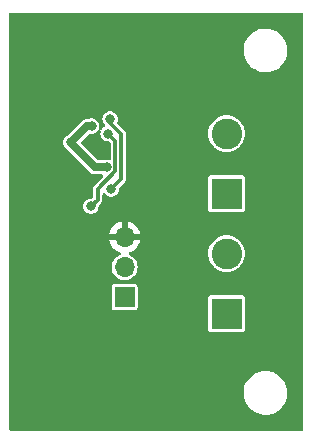
<source format=gbr>
%TF.GenerationSoftware,KiCad,Pcbnew,7.0.7*%
%TF.CreationDate,2024-02-03T00:12:55+01:00*%
%TF.ProjectId,keerlusRelais,6b656572-6c75-4735-9265-6c6169732e6b,rev?*%
%TF.SameCoordinates,Original*%
%TF.FileFunction,Copper,L2,Bot*%
%TF.FilePolarity,Positive*%
%FSLAX46Y46*%
G04 Gerber Fmt 4.6, Leading zero omitted, Abs format (unit mm)*
G04 Created by KiCad (PCBNEW 7.0.7) date 2024-02-03 00:12:55*
%MOMM*%
%LPD*%
G01*
G04 APERTURE LIST*
%TA.AperFunction,ComponentPad*%
%ADD10R,2.600000X2.600000*%
%TD*%
%TA.AperFunction,ComponentPad*%
%ADD11C,2.600000*%
%TD*%
%TA.AperFunction,ComponentPad*%
%ADD12R,1.700000X1.700000*%
%TD*%
%TA.AperFunction,ComponentPad*%
%ADD13O,1.700000X1.700000*%
%TD*%
%TA.AperFunction,ViaPad*%
%ADD14C,0.800000*%
%TD*%
%TA.AperFunction,Conductor*%
%ADD15C,0.300000*%
%TD*%
%TA.AperFunction,Conductor*%
%ADD16C,0.700000*%
%TD*%
G04 APERTURE END LIST*
D10*
%TO.P,J1,1,Pin_1*%
%TO.N,/DCC_A_IN*%
X187706000Y-81280000D03*
D11*
%TO.P,J1,2,Pin_2*%
%TO.N,/DCC_B_IN*%
X187706000Y-76200000D03*
%TD*%
D10*
%TO.P,J2,1,Pin_1*%
%TO.N,/DCC_A_OUT*%
X187706000Y-71120000D03*
D11*
%TO.P,J2,2,Pin_2*%
%TO.N,/DCC_B_OUT*%
X187706000Y-66040000D03*
%TD*%
D12*
%TO.P,J3,1,Pin_1*%
%TO.N,Net-(J3-Pin_1)*%
X179070000Y-79883000D03*
D13*
%TO.P,J3,2,Pin_2*%
%TO.N,+12V*%
X179070000Y-77343000D03*
%TO.P,J3,3,Pin_3*%
%TO.N,GND*%
X179070000Y-74803000D03*
%TD*%
D14*
%TO.N,GND*%
X185801000Y-62357000D03*
X175260000Y-83058000D03*
X171323000Y-81280000D03*
X172212000Y-87757000D03*
X178562000Y-60833000D03*
X171958000Y-84328000D03*
X176276000Y-80645000D03*
X184404000Y-77089000D03*
X190754000Y-83312000D03*
X183769000Y-88138000D03*
X175768000Y-84836000D03*
X172085000Y-86487000D03*
X170561000Y-74803000D03*
X190627000Y-66802000D03*
X177419000Y-87122000D03*
X193294000Y-61468000D03*
X170942000Y-86995000D03*
X175514000Y-86741000D03*
X183642000Y-82804000D03*
X184912000Y-56388000D03*
X180467000Y-65532000D03*
X181229000Y-75565000D03*
X191262000Y-77089000D03*
X171196000Y-58547000D03*
X179197000Y-83566000D03*
X175387000Y-88519000D03*
X178689000Y-56515000D03*
X188341000Y-89916000D03*
X178943000Y-88265000D03*
X172466000Y-66167000D03*
%TO.N,+12V*%
X177673000Y-66040000D03*
X176219602Y-72192398D03*
%TO.N,/DCC_A_IN*%
X177546000Y-68905500D03*
X176276000Y-65405000D03*
X174525101Y-66774899D03*
%TO.N,Net-(D2-A)*%
X177841523Y-64811523D03*
X177927000Y-70739000D03*
%TD*%
D15*
%TO.N,+12V*%
X178296000Y-69216161D02*
X176784000Y-70728160D01*
X177673000Y-66040000D02*
X178296000Y-66663000D01*
X176784000Y-70728160D02*
X176784000Y-71628000D01*
X176784000Y-71628000D02*
X176219602Y-72192398D01*
X178296000Y-66663000D02*
X178296000Y-69216161D01*
D16*
%TO.N,/DCC_A_IN*%
X174525101Y-66829101D02*
X176601500Y-68905500D01*
X174525101Y-66774899D02*
X174525101Y-66829101D01*
X175895000Y-65405000D02*
X174525101Y-66774899D01*
X176601500Y-68905500D02*
X177546000Y-68905500D01*
X176276000Y-65405000D02*
X175895000Y-65405000D01*
D15*
%TO.N,Net-(D2-A)*%
X177841523Y-64811523D02*
X177841523Y-65147862D01*
X178796000Y-69870000D02*
X177927000Y-70739000D01*
X178796000Y-66102339D02*
X178796000Y-69870000D01*
X177841523Y-65147862D02*
X178796000Y-66102339D01*
%TD*%
%TA.AperFunction,Conductor*%
%TO.N,GND*%
G36*
X194142539Y-55820185D02*
G01*
X194188294Y-55872989D01*
X194199500Y-55924500D01*
X194199500Y-91075500D01*
X194179815Y-91142539D01*
X194127011Y-91188294D01*
X194075500Y-91199500D01*
X169424500Y-91199500D01*
X169357461Y-91179815D01*
X169311706Y-91127011D01*
X169300500Y-91075500D01*
X169300500Y-88067763D01*
X189145787Y-88067763D01*
X189175413Y-88337013D01*
X189175415Y-88337024D01*
X189243926Y-88599082D01*
X189243928Y-88599088D01*
X189349870Y-88848390D01*
X189421998Y-88966575D01*
X189490979Y-89079605D01*
X189490986Y-89079615D01*
X189664253Y-89287819D01*
X189664259Y-89287824D01*
X189865998Y-89468582D01*
X190091910Y-89618044D01*
X190337176Y-89733020D01*
X190337183Y-89733022D01*
X190337185Y-89733023D01*
X190596557Y-89811057D01*
X190596564Y-89811058D01*
X190596569Y-89811060D01*
X190864561Y-89850500D01*
X190864566Y-89850500D01*
X191067636Y-89850500D01*
X191119133Y-89846730D01*
X191270156Y-89835677D01*
X191382758Y-89810593D01*
X191534546Y-89776782D01*
X191534548Y-89776781D01*
X191534553Y-89776780D01*
X191787558Y-89680014D01*
X192023777Y-89547441D01*
X192238177Y-89381888D01*
X192426186Y-89186881D01*
X192583799Y-88966579D01*
X192657787Y-88822669D01*
X192707649Y-88725690D01*
X192707651Y-88725684D01*
X192707656Y-88725675D01*
X192795118Y-88469305D01*
X192844319Y-88202933D01*
X192854212Y-87932235D01*
X192824586Y-87662982D01*
X192756072Y-87400912D01*
X192650130Y-87151610D01*
X192509018Y-86920390D01*
X192419747Y-86813119D01*
X192335746Y-86712180D01*
X192335740Y-86712175D01*
X192134002Y-86531418D01*
X191908092Y-86381957D01*
X191908090Y-86381956D01*
X191662824Y-86266980D01*
X191662819Y-86266978D01*
X191662814Y-86266976D01*
X191403442Y-86188942D01*
X191403428Y-86188939D01*
X191287791Y-86171921D01*
X191135439Y-86149500D01*
X190932369Y-86149500D01*
X190932364Y-86149500D01*
X190729844Y-86164323D01*
X190729831Y-86164325D01*
X190465453Y-86223217D01*
X190465446Y-86223220D01*
X190212439Y-86319987D01*
X189976226Y-86452557D01*
X189761822Y-86618112D01*
X189573822Y-86813109D01*
X189573816Y-86813116D01*
X189416202Y-87033419D01*
X189416199Y-87033424D01*
X189292350Y-87274309D01*
X189292343Y-87274327D01*
X189204884Y-87530685D01*
X189204881Y-87530699D01*
X189155681Y-87797068D01*
X189155680Y-87797075D01*
X189145787Y-88067763D01*
X169300500Y-88067763D01*
X169300500Y-82604678D01*
X186155500Y-82604678D01*
X186170032Y-82677735D01*
X186170033Y-82677739D01*
X186170034Y-82677740D01*
X186225399Y-82760601D01*
X186308259Y-82815965D01*
X186308260Y-82815966D01*
X186308264Y-82815967D01*
X186381321Y-82830499D01*
X186381324Y-82830500D01*
X186381326Y-82830500D01*
X189030676Y-82830500D01*
X189030677Y-82830499D01*
X189103740Y-82815966D01*
X189186601Y-82760601D01*
X189241966Y-82677740D01*
X189256500Y-82604674D01*
X189256500Y-79955326D01*
X189256500Y-79955323D01*
X189256499Y-79955321D01*
X189241967Y-79882264D01*
X189241966Y-79882260D01*
X189241965Y-79882259D01*
X189186601Y-79799399D01*
X189103740Y-79744034D01*
X189103739Y-79744033D01*
X189103735Y-79744032D01*
X189030677Y-79729500D01*
X189030674Y-79729500D01*
X186381326Y-79729500D01*
X186381323Y-79729500D01*
X186308264Y-79744032D01*
X186308260Y-79744033D01*
X186225399Y-79799399D01*
X186170033Y-79882260D01*
X186170032Y-79882264D01*
X186155500Y-79955321D01*
X186155500Y-82604678D01*
X169300500Y-82604678D01*
X169300500Y-80757676D01*
X177969499Y-80757676D01*
X177969500Y-80757678D01*
X177984032Y-80830735D01*
X177984033Y-80830739D01*
X177984034Y-80830740D01*
X178039399Y-80913601D01*
X178122259Y-80968966D01*
X178122260Y-80968966D01*
X178122264Y-80968967D01*
X178195321Y-80983499D01*
X178195324Y-80983500D01*
X178195326Y-80983500D01*
X179944676Y-80983500D01*
X179944677Y-80983499D01*
X180017740Y-80968966D01*
X180100601Y-80913601D01*
X180155966Y-80830740D01*
X180170500Y-80757674D01*
X180170500Y-79008326D01*
X180170500Y-79008325D01*
X180170500Y-79008323D01*
X180170499Y-79008321D01*
X180155967Y-78935264D01*
X180155966Y-78935260D01*
X180155966Y-78935259D01*
X180100601Y-78852399D01*
X180017740Y-78797034D01*
X180017739Y-78797033D01*
X180017735Y-78797032D01*
X179944677Y-78782500D01*
X179944674Y-78782500D01*
X178195326Y-78782500D01*
X178195323Y-78782500D01*
X178122264Y-78797032D01*
X178122260Y-78797033D01*
X178039399Y-78852399D01*
X177984033Y-78935260D01*
X177984032Y-78935264D01*
X177969500Y-79008321D01*
X177969499Y-79008323D01*
X177969499Y-80757676D01*
X169300500Y-80757676D01*
X169300500Y-75053000D01*
X177739364Y-75053000D01*
X177796567Y-75266486D01*
X177796570Y-75266492D01*
X177896399Y-75480578D01*
X178031894Y-75674082D01*
X178198917Y-75841105D01*
X178392421Y-75976600D01*
X178606507Y-76076429D01*
X178606516Y-76076433D01*
X178645583Y-76086901D01*
X178705244Y-76123266D01*
X178735773Y-76186113D01*
X178727479Y-76255488D01*
X178682993Y-76309366D01*
X178658284Y-76322302D01*
X178577373Y-76353647D01*
X178577357Y-76353655D01*
X178403960Y-76461017D01*
X178403958Y-76461019D01*
X178253237Y-76598418D01*
X178130327Y-76761178D01*
X178039422Y-76943739D01*
X178039417Y-76943752D01*
X177983602Y-77139917D01*
X177964785Y-77342999D01*
X177964785Y-77343000D01*
X177983602Y-77546082D01*
X178039417Y-77742247D01*
X178039422Y-77742260D01*
X178130327Y-77924821D01*
X178253237Y-78087581D01*
X178403958Y-78224980D01*
X178403960Y-78224982D01*
X178503141Y-78286392D01*
X178577363Y-78332348D01*
X178767544Y-78406024D01*
X178968024Y-78443500D01*
X178968026Y-78443500D01*
X179171974Y-78443500D01*
X179171976Y-78443500D01*
X179372456Y-78406024D01*
X179562637Y-78332348D01*
X179736041Y-78224981D01*
X179886764Y-78087579D01*
X180009673Y-77924821D01*
X180100582Y-77742250D01*
X180156397Y-77546083D01*
X180175215Y-77343000D01*
X180156397Y-77139917D01*
X180100582Y-76943750D01*
X180009673Y-76761179D01*
X179886764Y-76598421D01*
X179886762Y-76598418D01*
X179736041Y-76461019D01*
X179736039Y-76461017D01*
X179562642Y-76353655D01*
X179562635Y-76353651D01*
X179481715Y-76322303D01*
X179426313Y-76279730D01*
X179402723Y-76213963D01*
X179405945Y-76200000D01*
X186150706Y-76200000D01*
X186169853Y-76443297D01*
X186169853Y-76443300D01*
X186169854Y-76443302D01*
X186207095Y-76598421D01*
X186226830Y-76680619D01*
X186320222Y-76906089D01*
X186447737Y-77114173D01*
X186447738Y-77114176D01*
X186447741Y-77114179D01*
X186606241Y-77299759D01*
X186749897Y-77422453D01*
X186791823Y-77458261D01*
X186791826Y-77458262D01*
X186999910Y-77585777D01*
X187225381Y-77679169D01*
X187225378Y-77679169D01*
X187225384Y-77679170D01*
X187225388Y-77679172D01*
X187462698Y-77736146D01*
X187706000Y-77755294D01*
X187949302Y-77736146D01*
X188186612Y-77679172D01*
X188412089Y-77585777D01*
X188620179Y-77458259D01*
X188805759Y-77299759D01*
X188964259Y-77114179D01*
X189091777Y-76906089D01*
X189185172Y-76680612D01*
X189242146Y-76443302D01*
X189261294Y-76200000D01*
X189242146Y-75956698D01*
X189185172Y-75719388D01*
X189091777Y-75493911D01*
X189091777Y-75493910D01*
X188964262Y-75285826D01*
X188964261Y-75285823D01*
X188834419Y-75133798D01*
X188805759Y-75100241D01*
X188646166Y-74963936D01*
X188620176Y-74941738D01*
X188620173Y-74941737D01*
X188412089Y-74814222D01*
X188186618Y-74720830D01*
X188186621Y-74720830D01*
X188077562Y-74694647D01*
X187949302Y-74663854D01*
X187949300Y-74663853D01*
X187949297Y-74663853D01*
X187706000Y-74644706D01*
X187462702Y-74663853D01*
X187225380Y-74720830D01*
X186999910Y-74814222D01*
X186791826Y-74941737D01*
X186791823Y-74941738D01*
X186606241Y-75100241D01*
X186447738Y-75285823D01*
X186447737Y-75285826D01*
X186320222Y-75493910D01*
X186226830Y-75719380D01*
X186169853Y-75956702D01*
X186150706Y-76200000D01*
X179405945Y-76200000D01*
X179418434Y-76145883D01*
X179468458Y-76097104D01*
X179494417Y-76086901D01*
X179533481Y-76076434D01*
X179533492Y-76076429D01*
X179747578Y-75976600D01*
X179941082Y-75841105D01*
X180108105Y-75674082D01*
X180243600Y-75480578D01*
X180343429Y-75266492D01*
X180343432Y-75266486D01*
X180400636Y-75053000D01*
X179683347Y-75053000D01*
X179616308Y-75033315D01*
X179570553Y-74980511D01*
X179560609Y-74911353D01*
X179564369Y-74894067D01*
X179570000Y-74874888D01*
X179570000Y-74731111D01*
X179564369Y-74711933D01*
X179564370Y-74642064D01*
X179602145Y-74583286D01*
X179665701Y-74554262D01*
X179683347Y-74553000D01*
X180400636Y-74553000D01*
X180400635Y-74552999D01*
X180343432Y-74339513D01*
X180343429Y-74339507D01*
X180243600Y-74125422D01*
X180243599Y-74125420D01*
X180108113Y-73931926D01*
X180108108Y-73931920D01*
X179941082Y-73764894D01*
X179747578Y-73629399D01*
X179533492Y-73529570D01*
X179533486Y-73529567D01*
X179320000Y-73472364D01*
X179320000Y-74190698D01*
X179300315Y-74257737D01*
X179247511Y-74303492D01*
X179178355Y-74313436D01*
X179105766Y-74303000D01*
X179105763Y-74303000D01*
X179034237Y-74303000D01*
X179034233Y-74303000D01*
X178961645Y-74313436D01*
X178892487Y-74303492D01*
X178839684Y-74257736D01*
X178820000Y-74190698D01*
X178820000Y-73472364D01*
X178819999Y-73472364D01*
X178606513Y-73529567D01*
X178606507Y-73529570D01*
X178392422Y-73629399D01*
X178392420Y-73629400D01*
X178198926Y-73764886D01*
X178198920Y-73764891D01*
X178031891Y-73931920D01*
X178031886Y-73931926D01*
X177896400Y-74125420D01*
X177896399Y-74125422D01*
X177796570Y-74339507D01*
X177796567Y-74339513D01*
X177739364Y-74552999D01*
X177739364Y-74553000D01*
X178456653Y-74553000D01*
X178523692Y-74572685D01*
X178569447Y-74625489D01*
X178579391Y-74694647D01*
X178575631Y-74711933D01*
X178570000Y-74731111D01*
X178570000Y-74874888D01*
X178575631Y-74894067D01*
X178575630Y-74963936D01*
X178537855Y-75022714D01*
X178474299Y-75051738D01*
X178456653Y-75053000D01*
X177739364Y-75053000D01*
X169300500Y-75053000D01*
X169300500Y-66774899D01*
X173869823Y-66774899D01*
X173888863Y-66931717D01*
X173944881Y-67079421D01*
X173944881Y-67079422D01*
X174034618Y-67209429D01*
X174152861Y-67314182D01*
X174153169Y-67314344D01*
X174154294Y-67315171D01*
X174159030Y-67318440D01*
X174158931Y-67318583D01*
X174183223Y-67336458D01*
X176146169Y-69299404D01*
X176151520Y-69305505D01*
X176173218Y-69333782D01*
X176295437Y-69427563D01*
X176296966Y-69428905D01*
X176298658Y-69430035D01*
X176298659Y-69430036D01*
X176444738Y-69490544D01*
X176523118Y-69500862D01*
X176601499Y-69511182D01*
X176601500Y-69511182D01*
X176636829Y-69506530D01*
X176644928Y-69506000D01*
X177140405Y-69506000D01*
X177207444Y-69525685D01*
X177253199Y-69578489D01*
X177263143Y-69647647D01*
X177234118Y-69711203D01*
X177228086Y-69717681D01*
X176487071Y-70458696D01*
X176455949Y-70489816D01*
X176455949Y-70489817D01*
X176445890Y-70509559D01*
X176435727Y-70526144D01*
X176422704Y-70544069D01*
X176422702Y-70544072D01*
X176415854Y-70565147D01*
X176408412Y-70583115D01*
X176398354Y-70602856D01*
X176394887Y-70624742D01*
X176390347Y-70643651D01*
X176383500Y-70664727D01*
X176383500Y-71410743D01*
X176363815Y-71477782D01*
X176347181Y-71498424D01*
X176340026Y-71505579D01*
X176278703Y-71539064D01*
X176252345Y-71541898D01*
X176140616Y-71541898D01*
X175987236Y-71579701D01*
X175847364Y-71653113D01*
X175729118Y-71757869D01*
X175639383Y-71887873D01*
X175639382Y-71887874D01*
X175583364Y-72035579D01*
X175564324Y-72192397D01*
X175564324Y-72192398D01*
X175583364Y-72349216D01*
X175619567Y-72444674D01*
X175639382Y-72496921D01*
X175729119Y-72626928D01*
X175847362Y-72731681D01*
X175847364Y-72731682D01*
X175987236Y-72805094D01*
X176140616Y-72842898D01*
X176140617Y-72842898D01*
X176298587Y-72842898D01*
X176451967Y-72805094D01*
X176451966Y-72805093D01*
X176591842Y-72731681D01*
X176710085Y-72626928D01*
X176799822Y-72496921D01*
X176819635Y-72444678D01*
X186155500Y-72444678D01*
X186170032Y-72517735D01*
X186170033Y-72517739D01*
X186170034Y-72517740D01*
X186225399Y-72600601D01*
X186308260Y-72655965D01*
X186308260Y-72655966D01*
X186308264Y-72655967D01*
X186381321Y-72670499D01*
X186381324Y-72670500D01*
X186381326Y-72670500D01*
X189030676Y-72670500D01*
X189030677Y-72670499D01*
X189103740Y-72655966D01*
X189186601Y-72600601D01*
X189241966Y-72517740D01*
X189256500Y-72444674D01*
X189256500Y-69795326D01*
X189256500Y-69795323D01*
X189256499Y-69795321D01*
X189241967Y-69722264D01*
X189241966Y-69722260D01*
X189229837Y-69704107D01*
X189186601Y-69639399D01*
X189103740Y-69584034D01*
X189103739Y-69584033D01*
X189103735Y-69584032D01*
X189030677Y-69569500D01*
X189030674Y-69569500D01*
X186381326Y-69569500D01*
X186381323Y-69569500D01*
X186308264Y-69584032D01*
X186308260Y-69584033D01*
X186225399Y-69639399D01*
X186170033Y-69722260D01*
X186170032Y-69722264D01*
X186155500Y-69795321D01*
X186155500Y-72444678D01*
X176819635Y-72444678D01*
X176855839Y-72349216D01*
X176874880Y-72192398D01*
X176872533Y-72173071D01*
X176883993Y-72104148D01*
X176907945Y-72070446D01*
X177089483Y-71888909D01*
X177089483Y-71888908D01*
X177112050Y-71866342D01*
X177122107Y-71846601D01*
X177132271Y-71830014D01*
X177145296Y-71812090D01*
X177152140Y-71791022D01*
X177159586Y-71773045D01*
X177169646Y-71753304D01*
X177173112Y-71731415D01*
X177177652Y-71712501D01*
X177184499Y-71691433D01*
X177184499Y-71662076D01*
X177184500Y-71662051D01*
X177184500Y-71206350D01*
X177204185Y-71139311D01*
X177256989Y-71093556D01*
X177326147Y-71083612D01*
X177389703Y-71112637D01*
X177410549Y-71135909D01*
X177436517Y-71173530D01*
X177554760Y-71278283D01*
X177554762Y-71278284D01*
X177694634Y-71351696D01*
X177848014Y-71389500D01*
X177848015Y-71389500D01*
X178005985Y-71389500D01*
X178159365Y-71351696D01*
X178159364Y-71351696D01*
X178299240Y-71278283D01*
X178417483Y-71173530D01*
X178507220Y-71043523D01*
X178563237Y-70895818D01*
X178582278Y-70739000D01*
X178579931Y-70719671D01*
X178591391Y-70650749D01*
X178615343Y-70617048D01*
X179101484Y-70130909D01*
X179101484Y-70130908D01*
X179108552Y-70123841D01*
X179108557Y-70123834D01*
X179124050Y-70108342D01*
X179134109Y-70088598D01*
X179144272Y-70072015D01*
X179157297Y-70054089D01*
X179164144Y-70033014D01*
X179171589Y-70015040D01*
X179181646Y-69995304D01*
X179185111Y-69973421D01*
X179189654Y-69954502D01*
X179196499Y-69933435D01*
X179196500Y-69933433D01*
X179196500Y-69806567D01*
X179196500Y-66070820D01*
X179196500Y-66068498D01*
X179196499Y-66068468D01*
X179196499Y-66040000D01*
X186150706Y-66040000D01*
X186169853Y-66283297D01*
X186169853Y-66283300D01*
X186169854Y-66283302D01*
X186214767Y-66470376D01*
X186226830Y-66520619D01*
X186320222Y-66746089D01*
X186447737Y-66954173D01*
X186447738Y-66954176D01*
X186447741Y-66954179D01*
X186606241Y-67139759D01*
X186749897Y-67262453D01*
X186791823Y-67298261D01*
X186791826Y-67298262D01*
X186999910Y-67425777D01*
X187225381Y-67519169D01*
X187225378Y-67519169D01*
X187225384Y-67519170D01*
X187225388Y-67519172D01*
X187462698Y-67576146D01*
X187706000Y-67595294D01*
X187949302Y-67576146D01*
X188186612Y-67519172D01*
X188412089Y-67425777D01*
X188620179Y-67298259D01*
X188805759Y-67139759D01*
X188964259Y-66954179D01*
X189091777Y-66746089D01*
X189185172Y-66520612D01*
X189242146Y-66283302D01*
X189261294Y-66040000D01*
X189242146Y-65796698D01*
X189185172Y-65559388D01*
X189160870Y-65500717D01*
X189091777Y-65333910D01*
X188964262Y-65125826D01*
X188964261Y-65125823D01*
X188920150Y-65074176D01*
X188805759Y-64940241D01*
X188664922Y-64819955D01*
X188620176Y-64781738D01*
X188620173Y-64781737D01*
X188412089Y-64654222D01*
X188186618Y-64560830D01*
X188186621Y-64560830D01*
X188080992Y-64535470D01*
X187949302Y-64503854D01*
X187949300Y-64503853D01*
X187949297Y-64503853D01*
X187706000Y-64484706D01*
X187462702Y-64503853D01*
X187225380Y-64560830D01*
X186999910Y-64654222D01*
X186791826Y-64781737D01*
X186791823Y-64781738D01*
X186606241Y-64940241D01*
X186447738Y-65125823D01*
X186447737Y-65125826D01*
X186320222Y-65333910D01*
X186226830Y-65559380D01*
X186169853Y-65796702D01*
X186150706Y-66040000D01*
X179196499Y-66040000D01*
X179196499Y-66038907D01*
X179196499Y-66038906D01*
X179189653Y-66017840D01*
X179185111Y-65998919D01*
X179181646Y-65977035D01*
X179171586Y-65957291D01*
X179164140Y-65939313D01*
X179157297Y-65918252D01*
X179157296Y-65918251D01*
X179157296Y-65918249D01*
X179144269Y-65900320D01*
X179134104Y-65883731D01*
X179133824Y-65883182D01*
X179124050Y-65863997D01*
X179034342Y-65774289D01*
X178465880Y-65205827D01*
X178432397Y-65144506D01*
X178437381Y-65074814D01*
X178437478Y-65074554D01*
X178477760Y-64968341D01*
X178496801Y-64811523D01*
X178494468Y-64792304D01*
X178477760Y-64654704D01*
X178442157Y-64560828D01*
X178421743Y-64507000D01*
X178332006Y-64376993D01*
X178213763Y-64272240D01*
X178213761Y-64272239D01*
X178213760Y-64272238D01*
X178073888Y-64198826D01*
X177920509Y-64161023D01*
X177920508Y-64161023D01*
X177762538Y-64161023D01*
X177762537Y-64161023D01*
X177609157Y-64198826D01*
X177469285Y-64272238D01*
X177351039Y-64376994D01*
X177261304Y-64506998D01*
X177261303Y-64506999D01*
X177205285Y-64654704D01*
X177186245Y-64811522D01*
X177186245Y-64811523D01*
X177205285Y-64968341D01*
X177245424Y-65074176D01*
X177261303Y-65116046D01*
X177306171Y-65181049D01*
X177351039Y-65246052D01*
X177378383Y-65270277D01*
X177415509Y-65329467D01*
X177414741Y-65399333D01*
X177376323Y-65457692D01*
X177353782Y-65472888D01*
X177300761Y-65500716D01*
X177182516Y-65605471D01*
X177126026Y-65687311D01*
X177071743Y-65731301D01*
X177009857Y-65738126D01*
X177045086Y-65797131D01*
X177042785Y-65866963D01*
X177040967Y-65872094D01*
X177036763Y-65883179D01*
X177036763Y-65883180D01*
X177017722Y-66039999D01*
X177017722Y-66040000D01*
X177036762Y-66196818D01*
X177051477Y-66235617D01*
X177092780Y-66344523D01*
X177182517Y-66474530D01*
X177300760Y-66579283D01*
X177300762Y-66579284D01*
X177440634Y-66652696D01*
X177594014Y-66690500D01*
X177705745Y-66690500D01*
X177772784Y-66710185D01*
X177793420Y-66726813D01*
X177859183Y-66792576D01*
X177892666Y-66853895D01*
X177895500Y-66880254D01*
X177895500Y-68163401D01*
X177875815Y-68230440D01*
X177823011Y-68276195D01*
X177753853Y-68286139D01*
X177741825Y-68283798D01*
X177624985Y-68255000D01*
X177467015Y-68255000D01*
X177467014Y-68255000D01*
X177313634Y-68292803D01*
X177306623Y-68295463D01*
X177305930Y-68293637D01*
X177259834Y-68305000D01*
X176901597Y-68305000D01*
X176834558Y-68285315D01*
X176813916Y-68268681D01*
X176121381Y-67576146D01*
X175434913Y-66889677D01*
X175401430Y-66828357D01*
X175406414Y-66758665D01*
X175434913Y-66714320D01*
X176064705Y-66084528D01*
X176126026Y-66051045D01*
X176182058Y-66051814D01*
X176197013Y-66055500D01*
X176197015Y-66055500D01*
X176354985Y-66055500D01*
X176508365Y-66017696D01*
X176544141Y-65998919D01*
X176648240Y-65944283D01*
X176766483Y-65839530D01*
X176822975Y-65757686D01*
X176877255Y-65713698D01*
X176939140Y-65706872D01*
X176903912Y-65647867D01*
X176906215Y-65578035D01*
X176908035Y-65572897D01*
X176912237Y-65561817D01*
X176931278Y-65405000D01*
X176931278Y-65404999D01*
X176912237Y-65248181D01*
X176872365Y-65143049D01*
X176856220Y-65100477D01*
X176766483Y-64970470D01*
X176648240Y-64865717D01*
X176648238Y-64865716D01*
X176648237Y-64865715D01*
X176508365Y-64792303D01*
X176354986Y-64754500D01*
X176354985Y-64754500D01*
X176197015Y-64754500D01*
X176197014Y-64754500D01*
X176043634Y-64792303D01*
X176036623Y-64794963D01*
X176035930Y-64793137D01*
X175989834Y-64804500D01*
X175938428Y-64804500D01*
X175930329Y-64803969D01*
X175895000Y-64799318D01*
X175894999Y-64799318D01*
X175738239Y-64819955D01*
X175738237Y-64819956D01*
X175592157Y-64880464D01*
X175466719Y-64976716D01*
X175445019Y-65004994D01*
X175439668Y-65011096D01*
X174297296Y-66153467D01*
X174267243Y-66175582D01*
X174152859Y-66235617D01*
X174034617Y-66340370D01*
X173944882Y-66470374D01*
X173944881Y-66470375D01*
X173888863Y-66618080D01*
X173869823Y-66774898D01*
X173869823Y-66774899D01*
X169300500Y-66774899D01*
X169300500Y-59067763D01*
X189145787Y-59067763D01*
X189175413Y-59337013D01*
X189175415Y-59337024D01*
X189243926Y-59599082D01*
X189243928Y-59599088D01*
X189349870Y-59848390D01*
X189421998Y-59966575D01*
X189490979Y-60079605D01*
X189490986Y-60079615D01*
X189664253Y-60287819D01*
X189664259Y-60287824D01*
X189865998Y-60468582D01*
X190091910Y-60618044D01*
X190337176Y-60733020D01*
X190337183Y-60733022D01*
X190337185Y-60733023D01*
X190596557Y-60811057D01*
X190596564Y-60811058D01*
X190596569Y-60811060D01*
X190864561Y-60850500D01*
X190864566Y-60850500D01*
X191067636Y-60850500D01*
X191119133Y-60846730D01*
X191270156Y-60835677D01*
X191382758Y-60810593D01*
X191534546Y-60776782D01*
X191534548Y-60776781D01*
X191534553Y-60776780D01*
X191787558Y-60680014D01*
X192023777Y-60547441D01*
X192238177Y-60381888D01*
X192426186Y-60186881D01*
X192583799Y-59966579D01*
X192657787Y-59822669D01*
X192707649Y-59725690D01*
X192707651Y-59725684D01*
X192707656Y-59725675D01*
X192795118Y-59469305D01*
X192844319Y-59202933D01*
X192854212Y-58932235D01*
X192824586Y-58662982D01*
X192756072Y-58400912D01*
X192650130Y-58151610D01*
X192509018Y-57920390D01*
X192419747Y-57813119D01*
X192335746Y-57712180D01*
X192335740Y-57712175D01*
X192134002Y-57531418D01*
X191908092Y-57381957D01*
X191908090Y-57381956D01*
X191662824Y-57266980D01*
X191662819Y-57266978D01*
X191662814Y-57266976D01*
X191403442Y-57188942D01*
X191403428Y-57188939D01*
X191287791Y-57171921D01*
X191135439Y-57149500D01*
X190932369Y-57149500D01*
X190932364Y-57149500D01*
X190729844Y-57164323D01*
X190729831Y-57164325D01*
X190465453Y-57223217D01*
X190465446Y-57223220D01*
X190212439Y-57319987D01*
X189976226Y-57452557D01*
X189761822Y-57618112D01*
X189573822Y-57813109D01*
X189573816Y-57813116D01*
X189416202Y-58033419D01*
X189416199Y-58033424D01*
X189292350Y-58274309D01*
X189292343Y-58274327D01*
X189204884Y-58530685D01*
X189204881Y-58530699D01*
X189155681Y-58797068D01*
X189155680Y-58797075D01*
X189145787Y-59067763D01*
X169300500Y-59067763D01*
X169300500Y-55924500D01*
X169320185Y-55857461D01*
X169372989Y-55811706D01*
X169424500Y-55800500D01*
X194075500Y-55800500D01*
X194142539Y-55820185D01*
G37*
%TD.AperFunction*%
%TD*%
M02*

</source>
